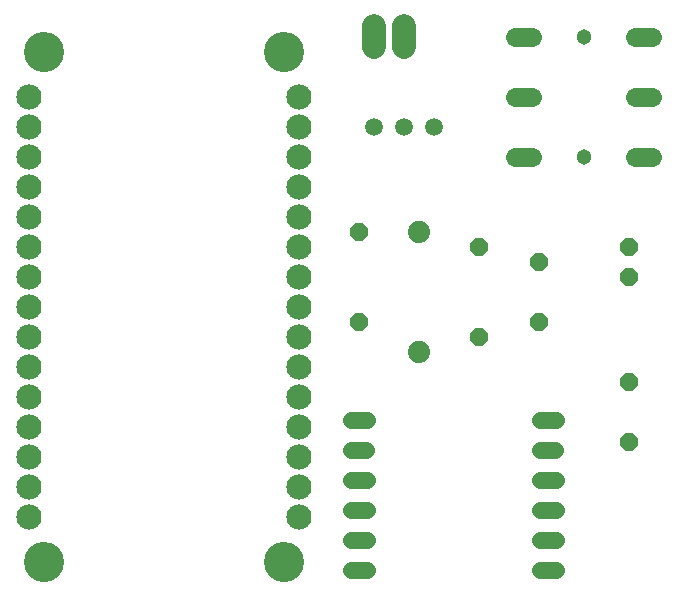
<source format=gts>
G75*
%MOIN*%
%OFA0B0*%
%FSLAX25Y25*%
%IPPOS*%
%LPD*%
%AMOC8*
5,1,8,0,0,1.08239X$1,22.5*
%
%ADD10OC8,0.06000*%
%ADD11C,0.07400*%
%ADD12C,0.06343*%
%ADD13C,0.05131*%
%ADD14C,0.08400*%
%ADD15C,0.13398*%
%ADD16C,0.05721*%
%ADD17C,0.05950*%
%ADD18C,0.07887*%
D10*
X0126000Y0106000D03*
X0126000Y0136000D03*
X0166000Y0131000D03*
X0186000Y0126000D03*
X0186000Y0106000D03*
X0166000Y0101000D03*
X0216000Y0086000D03*
X0216000Y0066000D03*
X0216000Y0121000D03*
X0216000Y0131000D03*
D11*
X0146000Y0136000D03*
X0146000Y0096000D03*
D12*
X0178229Y0161000D02*
X0183771Y0161000D01*
X0183771Y0181000D02*
X0178229Y0181000D01*
X0178229Y0201000D02*
X0183771Y0201000D01*
X0218229Y0201000D02*
X0223771Y0201000D01*
X0223771Y0181000D02*
X0218229Y0181000D01*
X0218229Y0161000D02*
X0223771Y0161000D01*
D13*
X0201000Y0161000D03*
X0201000Y0201000D03*
D14*
X0106000Y0181000D03*
X0106000Y0171000D03*
X0106000Y0161000D03*
X0106000Y0151000D03*
X0106000Y0141000D03*
X0106000Y0131000D03*
X0106000Y0121000D03*
X0106000Y0111000D03*
X0106000Y0101000D03*
X0106000Y0091000D03*
X0106000Y0081000D03*
X0106000Y0071000D03*
X0106000Y0061000D03*
X0106000Y0051000D03*
X0106000Y0041000D03*
X0016000Y0041000D03*
X0016000Y0051000D03*
X0016000Y0061000D03*
X0016000Y0071000D03*
X0016000Y0081000D03*
X0016000Y0091000D03*
X0016000Y0101000D03*
X0016000Y0111000D03*
X0016000Y0121000D03*
X0016000Y0131000D03*
X0016000Y0141000D03*
X0016000Y0151000D03*
X0016000Y0161000D03*
X0016000Y0171000D03*
X0016000Y0181000D03*
D15*
X0021000Y0026000D03*
X0101000Y0026000D03*
X0101000Y0196000D03*
X0021000Y0196000D03*
D16*
X0123342Y0073087D02*
X0128658Y0073087D01*
X0123342Y0073087D02*
X0123342Y0073087D01*
X0128658Y0073087D01*
X0128658Y0073087D01*
X0128461Y0063087D02*
X0123539Y0063087D01*
X0123539Y0063087D01*
X0128461Y0063087D01*
X0128461Y0063087D01*
X0128658Y0053087D02*
X0123342Y0053087D01*
X0123342Y0053087D01*
X0128658Y0053087D01*
X0128658Y0053087D01*
X0128658Y0043087D02*
X0123342Y0043087D01*
X0123342Y0043087D01*
X0128658Y0043087D01*
X0128658Y0043087D01*
X0128658Y0033087D02*
X0123342Y0033087D01*
X0123342Y0033087D01*
X0128658Y0033087D01*
X0128658Y0033087D01*
X0128658Y0023087D02*
X0123342Y0023087D01*
X0123342Y0023087D01*
X0128658Y0023087D01*
X0128658Y0023087D01*
X0186334Y0023087D02*
X0191650Y0023087D01*
X0186334Y0023087D02*
X0186334Y0023087D01*
X0191650Y0023087D01*
X0191650Y0023087D01*
X0191650Y0033087D02*
X0186334Y0033087D01*
X0186334Y0033087D01*
X0191650Y0033087D01*
X0191650Y0033087D01*
X0191650Y0043087D02*
X0186334Y0043087D01*
X0186334Y0043087D01*
X0191650Y0043087D01*
X0191650Y0043087D01*
X0191650Y0053087D02*
X0186334Y0053087D01*
X0186334Y0053087D01*
X0191650Y0053087D01*
X0191650Y0053087D01*
X0191453Y0063087D02*
X0186531Y0063087D01*
X0186531Y0063087D01*
X0191453Y0063087D01*
X0191453Y0063087D01*
X0191650Y0073087D02*
X0186334Y0073087D01*
X0186334Y0073087D01*
X0191650Y0073087D01*
X0191650Y0073087D01*
D17*
X0151000Y0171000D03*
X0141000Y0171000D03*
X0131000Y0171000D03*
D18*
X0131000Y0197457D02*
X0131000Y0204543D01*
X0141000Y0204543D02*
X0141000Y0197457D01*
M02*

</source>
